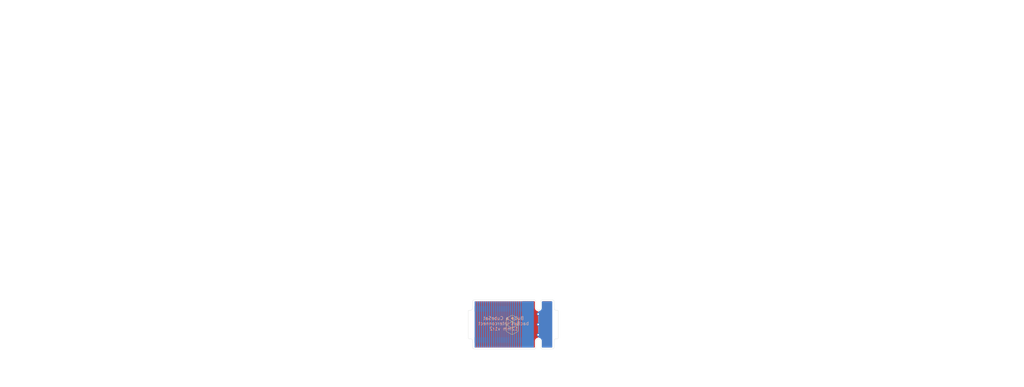
<source format=kicad_pcb>
(kicad_pcb (version 20240108) (generator "pcbnew") (generator_version "8.0")
  (title_block (title "bac bacBus Interconnect 12mm v1") (date "2024-10-06") (rev "2") (company "Build a CubeSat") (comment 1 "Manuel Imboden") (comment 2 "CC BY-SA 4.0") (comment 3 "https://buildacubesat.space") (comment 4 "12mm"))
  (layers (0 "F.Cu" signal) (31 "B.Cu" signal) (34 "B.Paste" user) (35 "F.Paste" user) (36 "B.SilkS" user "B.Silkscreen") (37 "F.SilkS" user "F.Silkscreen") (38 "B.Mask" user) (39 "F.Mask" user) (44 "Edge.Cuts" user))
  (net 0 "")
  (net 1 "GND")
  (net 2 "Net-(J1-Pin_41)")
  (net 3 "Net-(J1-Pin_29)")
  (net 4 "Net-(J1-Pin_37)")
  (net 5 "Net-(J1-Pin_43)")
  (net 6 "Net-(J1-Pin_42)")
  (net 7 "Net-(J1-Pin_31)")
  (net 8 "/+5V")
  (net 9 "Net-(J1-Pin_10)")
  (net 10 "/+3V3")
  (net 11 "Net-(J1-Pin_25)")
  (net 12 "Net-(J1-Pin_9)")
  (net 13 "Net-(J1-Pin_8)")
  (net 14 "Net-(J1-Pin_16)")
  (net 15 "Net-(J1-Pin_15)")
  (net 16 "Net-(J1-Pin_4)")
  (net 17 "Net-(J1-Pin_36)")
  (net 18 "Net-(J1-Pin_35)")
  (net 19 "Net-(J1-Pin_17)")
  (net 20 "Net-(J1-Pin_33)")
  (net 21 "Net-(J1-Pin_7)")
  (net 22 "Net-(J1-Pin_34)")
  (net 23 "Net-(J1-Pin_22)")
  (net 24 "Net-(J1-Pin_44)")
  (net 25 "Net-(J1-Pin_12)")
  (net 26 "Net-(J1-Pin_24)")
  (net 27 "Net-(J1-Pin_2)")
  (net 28 "Net-(J1-Pin_23)")
  (net 29 "Net-(J1-Pin_21)")
  (net 30 "Net-(J1-Pin_28)")
  (net 31 "Net-(J1-Pin_27)")
  (net 32 "Net-(J1-Pin_39)")
  (net 33 "Net-(J1-Pin_6)")
  (net 34 "Net-(J1-Pin_19)")
  (net 35 "Net-(J1-Pin_5)")
  (net 36 "Net-(J1-Pin_14)")
  (net 37 "Net-(J1-Pin_45)")
  (net 38 "Net-(J1-Pin_32)")
  (net 39 "Net-(J1-Pin_1)")
  (net 40 "Net-(J1-Pin_46)")
  (net 41 "Net-(J1-Pin_11)")
  (net 42 "Net-(J1-Pin_18)")
  (net 43 "Net-(J1-Pin_20)")
  (net 44 "Net-(J1-Pin_30)")
  (net 45 "Net-(J1-Pin_3)")
  (net 46 "Net-(J1-Pin_26)")
  (net 47 "Net-(J1-Pin_40)")
  (net 48 "Net-(J1-Pin_38)")
  (net 49 "Net-(J1-Pin_13)")
  (footprint "bac EPS v1:bac-M.2-Key-M-bacBus-Card-Edge-Zp" (layer "F.Cu") (at 150.349875 96.719554)
    (property "Reference" "J1" (hide yes))
    (property "Value" "bac M.2 Key-M Card Edge" (hide yes))
    (pad "1" smd rect (at -9.304757 -2.25) (size 0.35 2.5) (layers "B.Cu" "B.Mask") (net 39 "Net-(J1-Pin_1)"))
    (pad "2" smd rect (at -9.05 -2.25) (size 0.35 2.5) (layers "F.Cu" "F.Mask") (net 27 "Net-(J1-Pin_2)"))
    (pad "3" smd rect (at -8.804757 -2.25) (size 0.35 2.5) (layers "B.Cu" "B.Mask") (net 45 "Net-(J1-Pin_3)"))
    (pad "4" smd rect (at -8.55 -2.25) (size 0.35 2.5) (layers "F.Cu" "F.Mask") (net 16 "Net-(J1-Pin_4)"))
    (pad "5" smd rect (at -8.304757 -2.25) (size 0.35 2.5) (layers "B.Cu" "B.Mask") (net 35 "Net-(J1-Pin_5)"))
    (pad "6" smd rect (at -8.05 -2.25) (size 0.35 2.5) (layers "F.Cu" "F.Mask") (net 33 "Net-(J1-Pin_6)"))
    (pad "7" smd rect (at -7.804757 -2.25) (size 0.35 2.5) (layers "B.Cu" "B.Mask") (net 21 "Net-(J1-Pin_7)"))
    (pad "8" smd rect (at -7.55 -2.25) (size 0.35 2.5) (layers "F.Cu" "F.Mask") (net 13 "Net-(J1-Pin_8)"))
    (pad "9" smd rect (at -7.304757 -2.25) (size 0.35 2.5) (layers "B.Cu" "B.Mask") (net 12 "Net-(J1-Pin_9)"))
    (pad "10" smd rect (at -7.05 -2.25) (size 0.35 2.5) (layers "F.Cu" "F.Mask") (net 9 "Net-(J1-Pin_10)"))
    (pad "11" smd rect (at -6.804757 -2.25) (size 0.35 2.5) (layers "B.Cu" "B.Mask") (net 41 "Net-(J1-Pin_11)"))
    (pad "12" smd rect (at -6.55 -2.25) (size 0.35 2.5) (layers "F.Cu" "F.Mask") (net 25 "Net-(J1-Pin_12)"))
    (pad "13" smd rect (at -6.304757 -2.25) (size 0.35 2.5) (layers "B.Cu" "B.Mask") (net 49 "Net-(J1-Pin_13)"))
    (pad "14" smd rect (at -6.05 -2.25) (size 0.35 2.5) (layers "F.Cu" "F.Mask") (net 36 "Net-(J1-Pin_14)"))
    (pad "15" smd rect (at -5.804757 -2.25) (size 0.35 2.5) (layers "B.Cu" "B.Mask") (net 15 "Net-(J1-Pin_15)"))
    (pad "16" smd rect (at -5.55 -2.25) (size 0.35 2.5) (layers "F.Cu" "F.Mask") (net 14 "Net-(J1-Pin_16)"))
    (pad "17" smd rect (at -5.304757 -2.25) (size 0.35 2.5) (layers "B.Cu" "B.Mask") (net 19 "Net-(J1-Pin_17)"))
    (pad "18" smd rect (at -5.05 -2.25) (size 0.35 2.5) (layers "F.Cu" "F.Mask") (net 42 "Net-(J1-Pin_18)"))
    (pad "19" smd rect (at -4.804757 -2.25) (size 0.35 2.5) (layers "B.Cu" "B.Mask") (net 34 "Net-(J1-Pin_19)"))
    (pad "20" smd rect (at -4.55 -2.25) (size 0.35 2.5) (layers "F.Cu" "F.Mask") (net 43 "Net-(J1-Pin_20)"))
    (pad "21" smd rect (at -4.304757 -2.25) (size 0.35 2.5) (layers "B.Cu" "B.Mask") (net 29 "Net-(J1-Pin_21)"))
    (pad "22" smd rect (at -4.05 -2.25) (size 0.35 2.5) (layers "F.Cu" "F.Mask") (net 23 "Net-(J1-Pin_22)"))
    (pad "23" smd rect (at -3.804757 -2.25) (size 0.35 2.5) (layers "B.Cu" "B.Mask") (net 28 "Net-(J1-Pin_23)"))
    (pad "24" smd rect (at -3.55 -2.25) (size 0.35 2.5) (layers "F.Cu" "F.Mask") (net 26 "Net-(J1-Pin_24)"))
    (pad "25" smd rect (at -3.304757 -2.25) (size 0.35 2.5) (layers "B.Cu" "B.Mask") (net 11 "Net-(J1-Pin_25)"))
    (pad "26" smd rect (at -3.05 -2.25) (size 0.35 2.5) (layers "F.Cu" "F.Mask") (net 46 "Net-(J1-Pin_26)"))
    (pad "27" smd rect (at -2.804757 -2.25) (size 0.35 2.5) (layers "B.Cu" "B.Mask") (net 31 "Net-(J1-Pin_27)"))
    (pad "28" smd rect (at -2.55 -2.25) (size 0.35 2.5) (layers "F.Cu" "F.Mask") (net 30 "Net-(J1-Pin_28)"))
    (pad "29" smd rect (at -2.304757 -2.25) (size 0.35 2.5) (layers "B.Cu" "B.Mask") (net 3 "Net-(J1-Pin_29)"))
    (pad "30" smd rect (at -2.05 -2.25) (size 0.35 2.5) (layers "F.Cu" "F.Mask") (net 44 "Net-(J1-Pin_30)"))
    (pad "31" smd rect (at -1.804757 -2.25) (size 0.35 2.5) (layers "B.Cu" "B.Mask") (net 7 "Net-(J1-Pin_31)"))
    (pad "32" smd rect (at -1.55 -2.25) (size 0.35 2.5) (layers "F.Cu" "F.Mask") (net 38 "Net-(J1-Pin_32)"))
    (pad "33" smd rect (at -1.304757 -2.25) (size 0.35 2.5) (layers "B.Cu" "B.Mask") (net 20 "Net-(J1-Pin_33)"))
    (pad "34" smd rect (at -1.05 -2.25) (size 0.35 2.5) (layers "F.Cu" "F.Mask") (net 22 "Net-(J1-Pin_34)"))
    (pad "35" smd rect (at -0.804757 -2.25) (size 0.35 2.5) (layers "B.Cu" "B.Mask") (net 18 "Net-(J1-Pin_35)"))
    (pad "36" smd rect (at -0.55 -2.25) (size 0.35 2.5) (layers "F.Cu" "F.Mask") (net 17 "Net-(J1-Pin_36)"))
    (pad "37" smd rect (at -0.304757 -2.25) (size 0.35 2.5) (layers "B.Cu" "B.Mask") (net 4 "Net-(J1-Pin_37)"))
    (pad "38" smd rect (at -0.05 -2.25) (size 0.35 2.5) (layers "F.Cu" "F.Mask") (net 48 "Net-(J1-Pin_38)"))
    (pad "39" smd rect (at 0.195243 -2.25) (size 0.35 2.5) (layers "B.Cu" "B.Mask") (net 32 "Net-(J1-Pin_39)"))
    (pad "40" smd rect (at 0.45 -2.25) (size 0.35 2.5) (layers "F.Cu" "F.Mask") (net 47 "Net-(J1-Pin_40)"))
    (pad "41" smd rect (at 0.695243 -2.25) (size 0.35 2.5) (layers "B.Cu" "B.Mask") (net 2 "Net-(J1-Pin_41)"))
    (pad "42" smd rect (at 0.95 -2.25) (size 0.35 2.5) (layers "F.Cu" "F.Mask") (net 6 "Net-(J1-Pin_42)"))
    (pad "43" smd rect (at 1.195243 -2.25) (size 0.35 2.5) (layers "B.Cu" "B.Mask") (net 5 "Net-(J1-Pin_43)"))
    (pad "44" smd rect (at 1.45 -2.25) (size 0.35 2.5) (layers "F.Cu" "F.Mask") (net 24 "Net-(J1-Pin_44)"))
    (pad "45" smd rect (at 1.695243 -2.25) (size 0.35 2.5) (layers "B.Cu" "B.Mask") (net 37 "Net-(J1-Pin_45)"))
    (pad "46" smd rect (at 1.95 -2.25) (size 0.35 2.5) (layers "F.Cu" "F.Mask") (net 40 "Net-(J1-Pin_46)"))
    (pad "47" smd rect (at 2.195243 -2.25) (size 0.35 2.5) (layers "B.Cu" "B.Mask") (net 10 "/+3V3"))
    (pad "48" smd rect (at 2.45 -2.25) (size 0.35 2.5) (layers "F.Cu" "F.Mask") (net 1 "GND"))
    (pad "49" smd rect (at 2.695243 -2.25) (size 0.35 2.5) (layers "B.Cu" "B.Mask") (net 10 "/+3V3"))
    (pad "50" smd rect (at 2.95 -2.25) (size 0.35 2.5) (layers "F.Cu" "F.Mask") (net 1 "GND"))
    (pad "51" smd rect (at 3.195243 -2.25) (size 0.35 2.5) (layers "B.Cu" "B.Mask") (net 10 "/+3V3"))
    (pad "52" smd rect (at 3.45 -2.25) (size 0.35 2.5) (layers "F.Cu" "F.Mask") (net 1 "GND"))
    (pad "53" smd rect (at 3.695243 -2.25) (size 0.35 2.5) (layers "B.Cu" "B.Mask") (net 10 "/+3V3"))
    (pad "54" smd rect (at 3.95 -2.25) (size 0.35 2.5) (layers "F.Cu" "F.Mask") (net 1 "GND"))
    (pad "55" smd rect (at 4.195243 -2.25) (size 0.35 2.5) (layers "B.Cu" "B.Mask") (net 10 "/+3V3"))
    (pad "56" smd rect (at 4.45 -2.25) (size 0.35 2.5) (layers "F.Cu" "F.Mask") (net 1 "GND"))
    (pad "57" smd rect (at 4.695243 -2.25) (size 0.35 2.5) (layers "B.Cu" "B.Mask") (net 10 "/+3V3"))
    (pad "58" smd rect (at 4.95 -2.25) (size 0.35 2.5) (layers "F.Cu" "F.Mask") (net 1 "GND"))
    (pad "67" smd rect (at 7.195243 -2.25) (size 0.35 2.5) (layers "B.Cu" "B.Mask") (net 1 "GND"))
    (pad "68" smd rect (at 7.45 -2.25) (size 0.35 2.5) (layers "F.Cu" "F.Mask") (net 8 "/+5V"))
    (pad "69" smd rect (at 7.695243 -2.25) (size 0.35 2.5) (layers "B.Cu" "B.Mask") (net 1 "GND"))
    (pad "70" smd rect (at 7.95 -2.25) (size 0.35 2.5) (layers "F.Cu" "F.Mask") (net 8 "/+5V"))
    (pad "71" smd rect (at 8.195243 -2.25) (size 0.35 2.5) (layers "B.Cu" "B.Mask") (net 1 "GND"))
    (pad "72" smd rect (at 8.45 -2.25) (size 0.35 2.5) (layers "F.Cu" "F.Mask") (net 8 "/+5V"))
    (pad "73" smd rect (at 8.695243 -2.25) (size 0.35 2.5) (layers "B.Cu" "B.Mask") (net 1 "GND"))
    (pad "74" smd rect (at 8.95 -2.25) (size 0.35 2.5) (layers "F.Cu" "F.Mask") (net 8 "/+5V"))
    (pad "75" smd rect (at 9.2 -2.25) (size 0.35 2.5) (layers "B.Cu" "B.Mask") (net 1 "GND"))
  )
  (footprint "bac EPS v1:bac-logo-silkscreen-5mm" (layer "F.Cu") (at 150.050059 98.947277)
    (property "Reference" "G***" (hide yes))
    (property "Value" "LOGO" (hide yes))
    (fp_poly (pts (xy 0.052277 -1.715524) (xy 0.123704 -1.691974) (xy 0.141193 -1.680926) (xy 0.183995 -1.631281) (xy 0.192647 -1.576589) (xy 0.167036 -1.52418) (xy 0.143912 -1.503001) (xy 0.081378 -1.473974) (xy 0.001079 -1.459783) (xy -0.080471 -1.461922) (xy -0.13795 -1.477477) (xy -0.203116 -1.519316) (xy -0.234184 -1.567899) (xy -0.230431 -1.619538) (xy -0.19113 -1.670544) (xy -0.177978 -1.681065) (xy -0.113546 -1.710077) (xy -0.0318 -1.721561)) (fill solid) (layer "F.SilkS"))
    (fp_poly (pts (xy -0.002267 0.86813) (xy 0.003418 0.881319) (xy 0.007978 0.907216) (xy 0.011532 0.949027) (xy 0.014198 1.009955) (xy 0.016095 1.093205) (xy 0.017342 1.201982) (xy 0.018057 1.339489) (xy 0.018359 1.508932) (xy 0.018393 1.609341) (xy 0.018256 1.796419) (xy 0.017768 1.949917) (xy 0.016809 2.073039) (xy 0.01526 2.16899) (xy 0.013004 2.240975) (xy 0.00992 2.292197) (xy 0.005891 2.325861) (xy 0.000799 2.345172) (xy -0.005477 2.353334) (xy -0.009196 2.354236) (xy -0.016125 2.350552) (xy -0.02181 2.337364) (xy -0.02637 2.311466) (xy -0.029924 2.269656) (xy -0.03259 2.208728) (xy -0.034487 2.125477) (xy -0.035734 2.016701) (xy -0.036449 1.879193) (xy -0.036751 1.709751) (xy -0.036785 1.609341) (xy -0.036648 1.422264) (xy -0.03616 1.268766) (xy -0.035201 1.145644) (xy -0.033652 1.049693) (xy -0.031395 0.977708) (xy -0.028312 0.926486) (xy -0.024283 0.892821) (xy -0.01919 0.87351) (xy -0.012915 0.865348) (xy -0.009196 0.864446)) (fill solid) (layer "F.SilkS"))
    (fp_poly (pts (xy 0.009605 -2.387864) (xy 0.061851 -2.36353) (xy 0.137943 -2.325601) (xy 0.233776 -2.276306) (xy 0.345246 -2.217871) (xy 0.468251 -2.152523) (xy 0.598686 -2.082489) (xy 0.732446 -2.009997) (xy 0.865429 -1.937272) (xy 0.99353 -1.866544) (xy 1.112646 -1.800037) (xy 1.218673 -1.73998) (xy 1.307507 -1.6886) (xy 1.375043 -1.648123) (xy 1.417179 -1.620777) (xy 1.424127 -1.615568) (xy 1.430854 -1.609699) (xy 1.436746 -1.602026) (xy 1.441866 -1.590196) (xy 1.446276 -1.571856) (xy 1.450041 -1.544652) (xy 1.453224 -1.506232) (xy 1.455887 -1.454242) (xy 1.458094 -1.386329) (xy 1.459908 -1.30014) (xy 1.461392 -1.193322) (xy 1.46261 -1.063521) (xy 1.463625 -0.908385) (xy 1.464499 -0.725561) (xy 1.465297 -0.512694) (xy 1.466081 -0.267433) (xy 1.466798 -0.027181) (xy 1.467325 0.210269) (xy 1.467494 0.438027) (xy 1.467323 0.653284) (xy 1.466829 0.853235) (xy 1.466029 1.03507) (xy 1.464943 1.195982) (xy 1.463586 1.333164) (xy 1.461978 1.443809) (xy 1.460135 1.525108) (xy 1.458076 1.574254) (xy 1.45663 1.587625) (xy 1.450933 1.602604) (xy 1.439751 1.618599) (xy 1.420236 1.6374) (xy 1.38954 1.660796) (xy 1.344814 1.690579) (xy 1.283209 1.728539) (xy 1.201878 1.776465) (xy 1.097972 1.836149) (xy 0.968641 1.90938) (xy 0.811039 1.997948) (xy 0.743924 2.035561) (xy 0.547042 2.145192) (xy 0.380961 2.236242) (xy 0.244956 2.309086) (xy 0.138303 2.364101) (xy 0.060279 2.401661) (xy 0.01016 2.422143) (xy -0.009196 2.426527) (xy -0.039954 2.4181) (xy -0.098686 2.3926) (xy -0.186027 2.349698) (xy -0.302611 2.289068) (xy -0.449072 2.210382) (xy -0.626045 2.113313) (xy -0.754091 2.042238) (xy -0.950448 1.932099) (xy -1.115714 1.837822) (xy -1.249592 1.759585) (xy -1.351786 1.697567) (xy -1.421999 1.651944) (xy -1.459934 1.622896) (xy -1.466411 1.615251) (xy -1.470624 1.598937) (xy -1.474328 1.565667) (xy -1.47755 1.513574) (xy -1.480316 1.440795) (xy -1.482652 1.345465) (xy -1.484584 1.225719) (xy -1.48614 1.079692) (xy -1.487345 0.90552) (xy -1.488226 0.701339) (xy -1.488809 0.465283) (xy -1.489121 0.195488) (xy -1.489167 0.070319) (xy -1.416626 0.070319) (xy -1.411825 0.83983) (xy -1.407024 1.609341) (xy -0.726502 1.989843) (xy -0.56659 2.07864) (xy -0.421195 2.158156) (xy -0.293119 2.226929) (xy -0.185165 2.283494) (xy -0.100135 2.326387) (xy -0.040831 2.354144) (xy -0.010055 2.365301) (xy -0.007605 2.365416) (xy 0.016311 2.355678) (xy 0.068774 2.329896) (xy 0.146215 2.289963) (xy 0.245066 2.237771) (xy 0.361758 2.175213) (xy 0.492721 2.10418) (xy 0.634388 2.026565) (xy 0.706792 1.986615) (xy 0.851301 1.906329) (xy 0.985604 1.831007) (xy 1.106315 1.762602) (xy 1.210048 1.703063) (xy 1.293415 1.654344) (xy 1.35303 1.618396) (xy 1.385506 1.59717) (xy 1.390531 1.592632) (xy 1.392091 1.570414) (xy 1.393313 1.515415) (xy 1.394182 1.431635) (xy 1.394683 1.323077) (xy 1.394799 1.193743) (xy 1.394518 1.047633) (xy 1.393822 0.888751) (xy 1.39344 0.824904) (xy 1.388632 0.077286) (xy 0.709801 0.454773) (xy 0.563885 0.535378) (xy 0.426761 0.610097) (xy 0.301999 0.677061) (xy 0.193171 0.734398) (xy 0.103848 0.780237) (xy 0.037601 0.812709) (xy -0.001999 0.829941) (xy -0.010795 0.83226) (xy -0.033384 0.82368) (xy -0.083987 0.799423) (xy -0.158483 0.761712) (xy -0.252751 0.712769) (xy -0.362668 0.654817) (xy -0.484115 0.590078) (xy -0.612969 0.520776) (xy -0.745109 0.449132) (xy -0.876413 0.37737) (xy -1.00276 0.307713) (xy -1.120029 0.242382) (xy -1.224097 0.183601) (xy -1.310844 0.133592) (xy -1.356647 0.106447) (xy -1.416626 0.070319) (xy -1.489167 0.070319) (xy -1.489181 0.030716) (xy -1.375639 0.030716) (xy -1.371086 0.036083) (xy -1.363294 0.036785) (xy -1.344244 0.045466) (xy -1.296566 0.070252) (xy -1.223721 0.10926) (xy -1.129168 0.160609) (xy -1.016367 0.222414) (xy -0.888777 0.292793) (xy -0.749858 0.369863) (xy -0.687424 0.404635) (xy -0.544684 0.484008) (xy -0.411774 0.5575) (xy -0.292157 0.623229) (xy -0.189292 0.67931) (xy -0.106641 0.723862) (xy -0.047665 0.755001) (xy -0.015824 0.770843) (xy -0.011336 0.772484) (xy 0.007807 0.763837) (xy 0.055573 0.739156) (xy 0.128466 0.700336) (xy 0.222988 0.64927) (xy 0.335641 0.58785) (xy 0.462928 0.517971) (xy 0.601351 0.441525) (xy 0.65388 0.412403) (xy 0.796229 0.333271) (xy 0.92919 0.259093) (xy 1.04917 0.191896) (xy 1.15257 0.133706) (xy 1.235794 0.086548) (xy 1.295246 0.052448) (xy 1.32733 0.033433) (xy 1.331371 0.03076) (xy 1.333919 0.022771) (xy 1.324182 0.009622) (xy 1.299663 -0.010218) (xy 1.257869 -0.03828) (xy 1.196302 -0.076094) (xy 1.112468 -0.125192) (xy 1.003871 -0.187102) (xy 0.868016 -0.263356) (xy 0.702406 -0.355485) (xy 0.693796 -0.36026) (xy 0.027589 -0.729717) (xy 0.022782 0.002991) (xy 0.021414 0.188813) (xy 0.019888 0.341051) (xy 0.018065 0.462908) (xy 0.015805 0.557586) (xy 0.012968 0.628287) (xy 0.009415 0.678212) (xy 0.005006 0.710564) (xy -0.0004 0.728544) (xy -0.006941 0.735355) (xy -0.009196 0.735699) (xy -0.016107 0.731674) (xy -0.021842 0.717467) (xy -0.02654 0.689879) (xy -0.03034 0.645711) (xy -0.033382 0.581763) (xy -0.035804 0.494837) (xy -0.037747 0.381733) (xy -0.039349 0.239253) (xy -0.040751 0.064197) (xy -0.041174 0.001628) (xy -0.045981 -0.732443) (xy -0.712419 -0.361623) (xy -0.884547 -0.265631) (xy -1.026638 -0.185835) (xy -1.140964 -0.120843) (xy -1.229798 -0.069266) (xy -1.29541 -0.029712) (xy -1.340073 -0.00079) (xy -1.366059 0.018889) (xy -1.375639 0.030716) (xy -1.489181 0.030716) (xy -1.48919 0.006375) (xy -1.489184 -0.270634) (xy -1.489069 -0.513203) (xy -1.488799 -0.723673) (xy -1.488602 -0.799076) (xy -1.41622 -0.799076) (xy -1.41622 -0.039296) (xy -0.758689 -0.405916) (xy -0.616575 -0.485429) (xy -0.484831 -0.559671) (xy -0.366853 -0.626689) (xy -0.266037 -0.684528) (xy -0.185779 -0.731236) (xy -0.129475 -0.76486) (xy -0.100523 -0.783444) (xy -0.097333 -0.786304) (xy -0.112068 -0.797853) (xy -0.155729 -0.825059) (xy -0.22494 -0.865978) (xy -0.316324 -0.918673) (xy -0.426504 -0.981201) (xy -0.552102 -1.051624) (xy -0.689742 -1.127999) (xy -0.745492 -1.158725) (xy -0.921414 -1.25599) (xy -1.066559 -1.337419) (xy -1.182762 -1.404196) (xy -1.271858 -1.457503) (xy -1.335682 -1.498521) (xy -1.37607 -1.528433) (xy -1.394856 -1.548421) (xy -1.393876 -1.559667) (xy -1.374964 -1.563352) (xy -1.373659 -1.56336) (xy -1.35284 -1.554657) (xy -1.303472 -1.529811) (xy -1.229068 -1.49071) (xy -1.133139 -1.439245) (xy -1.019197 -1.377307) (xy -0.890754 -1.306784) (xy -0.751323 -1.229568) (xy -0.690176 -1.19551) (xy -0.547367 -1.116089) (xy -0.414264 -1.042556) (xy -0.294347 -0.9768) (xy -0.191099 -0.920707) (xy -0.108 -0.876162) (xy -0.04853 -0.845054) (xy -0.016171 -0.829268) (xy -0.011477 -0.827661) (xy 0.008301 -0.836312) (xy 0.056723 -0.861017) (xy 0.130312 -0.899902) (xy 0.225591 -0.951094) (xy 0.339082 -1.01272) (xy 0.467309 -1.082906) (xy 0.606795 -1.15978) (xy 0.671325 -1.19551) (xy 0.814876 -1.274794) (xy 0.948892 -1.348212) (xy 1.069868 -1.41389) (xy 1.174299 -1.469949) (xy 1.258677 -1.514515) (xy 1.319497 -1.545709) (xy 1.353252 -1.561657) (xy 1.358622 -1.56336) (xy 1.375123 -1.560303) (xy 1.375544 -1.550293) (xy 1.357907 -1.532072) (xy 1.320235 -1.504382) (xy 1.260551 -1.465964) (xy 1.176876 -1.415561) (xy 1.067233 -1.351913) (xy 0.929645 -1.273764) (xy 0.762135 -1.179853) (xy 0.711702 -1.151733) (xy 0.05531 -0.786088) (xy 0.721971 -0.414745) (xy 1.388632 -0.043401) (xy 1.393437 -0.797918) (xy 1.394445 -0.993861) (xy 1.3947 -1.15584) (xy 1.394135 -1.286668) (xy 1.392684 -1.38916) (xy 1.390281 -1.466131) (xy 1.386857 -1.520393) (xy 1.382348 -1.554762) (xy 1.376685 -1.572051) (xy 1.375044 -1.574069) (xy 1.351704 -1.589814) (xy 1.300728 -1.620339) (xy 1.226231 -1.663383) (xy 1.132327 -1.716685) (xy 1.023132 -1.777985) (xy 0.90276 -1.845023) (xy 0.775327 -1.915538) (xy 0.644946 -1.987269) (xy 0.515733 -2.057955) (xy 0.391803 -2.125337) (xy 0.27727 -2.187153) (xy 0.176249 -2.241144) (xy 0.092855 -2.285047) (xy 0.031203 -2.316604) (xy -0.004593 -2.333552) (xy -0.011566 -2.335843) (xy -0.031899 -2.32723) (xy -0.080216 -2.302896) (xy -0.15241 -2.265096) (xy -0.244371 -2.216087) (xy -0.351991 -2.158124) (xy -0.471163 -2.093464) (xy -0.597778 -2.024363) (xy -0.727727 -1.953076) (xy -0.856902 -1.881861) (xy -0.981196 -1.812972) (xy -1.096499 -1.748667) (xy -1.198704 -1.691201) (xy -1.283702 -1.64283) (xy -1.347384 -1.605811) (xy -1.385644 -1.582399) (xy -1.393229 -1.577098) (xy -1.399201 -1.564074) (xy -1.404129 -1.533554) (xy -1.408091 -1.482843) (xy -1.411168 -1.409245) (xy -1.413439 -1.310065) (xy -1.414984 -1.182608) (xy -1.415883 -1.024177) (xy -1.416214 -0.832079) (xy -1.41622 -0.799076) (xy -1.488602 -0.799076) (xy -1.488327 -0.904389) (xy -1.487607 -1.057695) (xy -1.486592 -1.185934) (xy -1.485235 -1.29145) (xy -1.483491 -1.376586) (xy -1.481313 -1.443685) (xy -1.478653 -1.495092) (xy -1.475467 -1.533151) (xy -1.471708 -1.560204) (xy -1.467328 -1.578595) (xy -1.462282 -1.590668) (xy -1.457391 -1.597762) (xy -1.432567 -1.617121) (xy -1.379795 -1.651176) (xy -1.303194 -1.697649) (xy -1.206884 -1.754257) (xy -1.094982 -1.818723) (xy -0.971609 -1.888765) (xy -0.840883 -1.962103) (xy -0.706923 -2.036458) (xy -0.573847 -2.109549) (xy -0.445776 -2.179096) (xy -0.326828 -2.24282) (xy -0.221121 -2.29844) (xy -0.132775 -2.343675) (xy -0.065909 -2.376247) (xy -0.024641 -2.393874) (xy -0.014692 -2.396378)) (fill solid) (layer "F.SilkS"))
  )
  (footprint "bac EPS v1:bac-M.2-Key-M-bacBus-Card-Edge-Zm" (layer "F.Cu") (at 150.15 105.197277)
    (property "Reference" "J2" (hide yes))
    (property "Value" "bac M.2 Key-M Card Edge" (hide yes))
    (pad "1" smd rect (at -9.104757 -1.95 180) (size 0.35 2.5) (layers "B.Cu" "B.Mask") (net 39 "Net-(J1-Pin_1)"))
    (pad "2" smd rect (at -8.85 -1.95 180) (size 0.35 2.5) (layers "F.Cu" "F.Mask") (net 27 "Net-(J1-Pin_2)"))
    (pad "3" smd rect (at -8.604757 -1.95 180) (size 0.35 2.5) (layers "B.Cu" "B.Mask") (net 45 "Net-(J1-Pin_3)"))
    (pad "4" smd rect (at -8.35 -1.95 180) (size 0.35 2.5) (layers "F.Cu" "F.Mask") (net 16 "Net-(J1-Pin_4)"))
    (pad "5" smd rect (at -8.104757 -1.95 180) (size 0.35 2.5) (layers "B.Cu" "B.Mask") (net 35 "Net-(J1-Pin_5)"))
    (pad "6" smd rect (at -7.85 -1.95 180) (size 0.35 2.5) (layers "F.Cu" "F.Mask") (net 33 "Net-(J1-Pin_6)"))
    (pad "7" smd rect (at -7.604757 -1.95 180) (size 0.35 2.5) (layers "B.Cu" "B.Mask") (net 21 "Net-(J1-Pin_7)"))
    (pad "8" smd rect (at -7.35 -1.95 180) (size 0.35 2.5) (layers "F.Cu" "F.Mask") (net 13 "Net-(J1-Pin_8)"))
    (pad "9" smd rect (at -7.104757 -1.95 180) (size 0.35 2.5) (layers "B.Cu" "B.Mask") (net 12 "Net-(J1-Pin_9)"))
    (pad "10" smd rect (at -6.85 -1.95 180) (size 0.35 2.5) (layers "F.Cu" "F.Mask") (net 9 "Net-(J1-Pin_10)"))
    (pad "11" smd rect (at -6.604757 -1.95 180) (size 0.35 2.5) (layers "B.Cu" "B.Mask") (net 41 "Net-(J1-Pin_11)"))
    (pad "12" smd rect (at -6.35 -1.95 180) (size 0.35 2.5) (layers "F.Cu" "F.Mask") (net 25 "Net-(J1-Pin_12)"))
    (pad "13" smd rect (at -6.104757 -1.95 180) (size 0.35 2.5) (layers "B.Cu" "B.Mask") (net 49 "Net-(J1-Pin_13)"))
    (pad "14" smd rect (at -5.85 -1.95 180) (size 0.35 2.5) (layers "F.Cu" "F.Mask") (net 36 "Net-(J1-Pin_14)"))
    (pad "15" smd rect (at -5.604757 -1.95 180) (size 0.35 2.5) (layers "B.Cu" "B.Mask") (net 15 "Net-(J1-Pin_15)"))
    (pad "16" smd rect (at -5.35 -1.95 180) (size 0.35 2.5) (layers "F.Cu" "F.Mask") (net 14 "Net-(J1-Pin_16)"))
    (pad "17" smd rect (at -5.104757 -1.95 180) (size 0.35 2.5) (layers "B.Cu" "B.Mask") (net 19 "Net-(J1-Pin_17)"))
    (pad "18" smd rect (at -4.85 -1.95 180) (size 0.35 2.5) (layers "F.Cu" "F.Mask") (net 42 "Net-(J1-Pin_18)"))
    (pad "19" smd rect (at -4.604757 -1.95 180) (size 0.35 2.5) (layers "B.Cu" "B.Mask") (net 34 "Net-(J1-Pin_19)"))
    (pad "20" smd rect (at -4.35 -1.95 180) (size 0.35 2.5) (layers "F.Cu" "F.Mask") (net 43 "Net-(J1-Pin_20)"))
    (pad "21" smd rect (at -4.104757 -1.95 180) (size 0.35 2.5) (layers "B.Cu" "B.Mask") (net 29 "Net-(J1-Pin_21)"))
    (pad "22" smd rect (at -3.85 -1.95 180) (size 0.35 2.5) (layers "F.Cu" "F.Mask") (net 23 "Net-(J1-Pin_22)"))
    (pad "23" smd rect (at -3.604757 -1.95 180) (size 0.35 2.5) (layers "B.Cu" "B.Mask") (net 28 "Net-(J1-Pin_23)"))
    (pad "24" smd rect (at -3.35 -1.95 180) (size 0.35 2.5) (layers "F.Cu" "F.Mask") (net 26 "Net-(J1-Pin_24)"))
    (pad "25" smd rect (at -3.104757 -1.95 180) (size 0.35 2.5) (layers "B.Cu" "B.Mask") (net 11 "Net-(J1-Pin_25)"))
    (pad "26" smd rect (at -2.85 -1.95 180) (size 0.35 2.5) (layers "F.Cu" "F.Mask") (net 46 "Net-(J1-Pin_26)"))
    (pad "27" smd rect (at -2.604757 -1.95 180) (size 0.35 2.5) (layers "B.Cu" "B.Mask") (net 31 "Net-(J1-Pin_27)"))
    (pad "28" smd rect (at -2.35 -1.95 180) (size 0.35 2.5) (layers "F.Cu" "F.Mask") (net 30 "Net-(J1-Pin_28)"))
    (pad "29" smd rect (at -2.104757 -1.95 180) (size 0.35 2.5) (layers "B.Cu" "B.Mask") (net 3 "Net-(J1-Pin_29)"))
    (pad "30" smd rect (at -1.85 -1.95 180) (size 0.35 2.5) (layers "F.Cu" "F.Mask") (net 44 "Net-(J1-Pin_30)"))
    (pad "31" smd rect (at -1.604757 -1.95 180) (size 0.35 2.5) (layers "B.Cu" "B.Mask") (net 7 "Net-(J1-Pin_31)"))
    (pad "32" smd rect (at -1.35 -1.95 180) (size 0.35 2.5) (layers "F.Cu" "F.Mask") (net 38 "Net-(J1-Pin_32)"))
    (pad "33" smd rect (at -1.104757 -1.95 180) (size 0.35 2.5) (layers "B.Cu" "B.Mask") (net 20 "Net-(J1-Pin_33)"))
    (pad "34" smd rect (at -0.85 -1.95 180) (size 0.35 2.5) (layers "F.Cu" "F.Mask") (net 22 "Net-(J1-Pin_34)"))
    (pad "35" smd rect (at -0.604757 -1.95 180) (size 0.35 2.5) (layers "B.Cu" "B.Mask") (net 18 "Net-(J1-Pin_35)"))
    (pad "36" smd rect (at -0.35 -1.95 180) (size 0.35 2.5) (layers "F.Cu" "F.Mask") (net 17 "Net-(J1-Pin_36)"))
    (pad "37" smd rect (at -0.104757 -1.95 180) (size 0.35 2.5) (layers "B.Cu" "B.Mask") (net 4 "Net-(J1-Pin_37)"))
    (pad "38" smd rect (at 0.15 -1.95 180) (size 0.35 2.5) (layers "F.Cu" "F.Mask") (net 48 "Net-(J1-Pin_38)"))
    (pad "39" smd rect (at 0.395243 -1.95 180) (size 0.35 2.5) (layers "B.Cu" "B.Mask") (net 32 "Net-(J1-Pin_39)"))
    (pad "40" smd rect (at 0.65 -1.95 180) (size 0.35 2.5) (layers "F.Cu" "F.Mask") (net 47 "Net-(J1-Pin_40)"))
    (pad "41" smd rect (at 0.895243 -1.95 180) (size 0.35 2.5) (layers "B.Cu" "B.Mask") (net 2 "Net-(J1-Pin_41)"))
    (pad "42" smd rect (at 1.15 -1.95 180) (size 0.35 2.5) (layers "F.Cu" "F.Mask") (net 6 "Net-(J1-Pin_42)"))
    (pad "43" smd rect (at 1.395243 -1.95 180) (size 0.35 2.5) (layers "B.Cu" "B.Mask") (net 5 "Net-(J1-Pin_43)"))
    (pad "44" smd rect (at 1.65 -1.95 180) (size 0.35 2.5) (layers "F.Cu" "F.Mask") (net 24 "Net-(J1-Pin_44)"))
    (pad "45" smd rect (at 1.895243 -1.95 180) (size 0.35 2.5) (layers "B.Cu" "B.Mask") (net 37 "Net-(J1-Pin_45)"))
    (pad "46" smd rect (at 2.15 -1.95 180) (size 0.35 2.5) (layers "F.Cu" "F.Mask") (net 40 "Net-(J1-Pin_46)"))
    (pad "47" smd rect (at 2.395243 -1.95 180) (size 0.35 2.5) (layers "B.Cu" "B.Mask") (net 10 "/+3V3"))
    (pad "48" smd rect (at 2.65 -1.95 180) (size 0.35 2.5) (layers "F.Cu" "F.Mask") (net 1 "GND"))
    (pad "49" smd rect (at 2.895243 -1.95 180) (size 0.35 2.5) (layers "B.Cu" "B.Mask") (net 10 "/+3V3"))
    (pad "50" smd rect (at 3.15 -1.95 180) (size 0.35 2.5) (layers "F.Cu" "F.Mask") (net 1 "GND"))
    (pad "51" smd rect (at 3.395243 -1.95 180) (size 0.35 2.5) (layers "B.Cu" "B.Mask") (net 10 "/+3V3"))
    (pad "52" smd rect (at 3.65 -1.95 180) (size 0.35 2.5) (layers "F.Cu" "F.Mask") (net 1 "GND"))
    (pad "53" smd rect (at 3.895243 -1.95 180) (size 0.35 2.5) (layers "B.Cu" "B.Mask") (net 10 "/+3V3"))
    (pad "54" smd rect (at 4.15 -1.95 180) (size 0.35 2.5) (layers "F.Cu" "F.Mask") (net 1 "GND"))
    (pad "55" smd rect (at 4.395243 -1.95 180) (size 0.35 2.5) (layers "B.Cu" "B.Mask") (net 10 "/+3V3"))
    (pad "56" smd rect (at 4.65 -1.95 180) (size 0.35 2.5) (layers "F.Cu" "F.Mask") (net 1 "GND"))
    (pad "57" smd rect (at 4.895243 -1.95 180) (size 0.35 2.5) (layers "B.Cu" "B.Mask") (net 10 "/+3V3"))
    (pad "58" smd rect (at 5.15 -1.95 180) (size 0.35 2.5) (layers "F.Cu" "F.Mask") (net 1 "GND"))
    (pad "67" smd rect (at 7.395243 -1.95 180) (size 0.35 2.5) (layers "B.Cu" "B.Mask") (net 1 "GND"))
    (pad "68" smd rect (at 7.65 -1.95 180) (size 0.35 2.5) (layers "F.Cu" "F.Mask") (net 8 "/+5V"))
    (pad "69" smd rect (at 7.895243 -1.95 180) (size 0.35 2.5) (layers "B.Cu" "B.Mask") (net 1 "GND"))
    (pad "70" smd rect (at 8.15 -1.95 180) (size 0.35 2.5) (layers "F.Cu" "F.Mask") (net 8 "/+5V"))
    (pad "71" smd rect (at 8.395243 -1.95 180) (size 0.35 2.5) (layers "B.Cu" "B.Mask") (net 1 "GND"))
    (pad "72" smd rect (at 8.65 -1.95 180) (size 0.35 2.5) (layers "F.Cu" "F.Mask") (net 8 "/+5V"))
    (pad "73" smd rect (at 8.895243 -1.95 180) (size 0.35 2.5) (layers "B.Cu" "B.Mask") (net 1 "GND"))
    (pad "74" smd rect (at 9.15 -1.95 180) (size 0.35 2.5) (layers "F.Cu" "F.Mask") (net 8 "/+5V"))
    (pad "75" smd rect (at 9.4 -1.95 180) (size 0.35 2.5) (layers "B.Cu" "B.Mask") (net 1 "GND"))
  )
  (gr_arc (start 160.250118 102.847277) (mid 160.396606 102.493789) (end 160.750118 102.347277) (stroke (width 0.05)) (layer "Edge.Cuts"))
  (gr_line (start 155.825059 102.947277) (end 155.825118 104.608277) (stroke (width 0.05)) (layer "Edge.Cuts"))
  (gr_arc (start 161.300118 102.097277) (mid 161.226912 102.27409) (end 161.050118 102.347277) (stroke (width 0.05)) (layer "Edge.Cuts"))
  (gr_arc (start 155.825059 102.947277) (mid 156.000836 102.523078) (end 156.425059 102.347277) (stroke (width 0.05)) (layer "Edge.Cuts"))
  (gr_line (start 155.575118 92.858554) (end 140.625118 92.858554) (stroke (width 0.05)) (layer "Edge.Cuts"))
  (gr_arc (start 139.275118 95.624054) (mid 139.348359 95.447313) (end 139.525118 95.374054) (stroke (width 0.05)) (layer "Edge.Cuts"))
  (gr_line (start 155.575118 104.858277) (end 140.625118 104.858277) (stroke (width 0.05)) (layer "Edge.Cuts"))
  (gr_line (start 139.875118 95.374054) (end 139.525118 95.374054) (stroke (width 0.05)) (layer "Edge.Cuts"))
  (gr_line (start 160.000118 92.858554) (end 157.275118 92.858554) (stroke (width 0.05)) (layer "Edge.Cuts"))
  (gr_line (start 139.875118 102.347277) (end 139.525118 102.347277) (stroke (width 0.05)) (layer "Edge.Cuts"))
  (gr_arc (start 160.750118 95.374054) (mid 160.396599 95.227592) (end 160.250118 94.874054) (stroke (width 0.05)) (layer "Edge.Cuts"))
  (gr_line (start 160.250118 93.108554) (end 160.000118 92.858554) (stroke (width 0.05)) (layer "Edge.Cuts"))
  (gr_line (start 157.025118 104.608277) (end 157.275118 104.858277) (stroke (width 0.05)) (layer "Edge.Cuts"))
  (gr_line (start 155.825118 94.773013) (end 155.825118 93.108554) (stroke (width 0.05)) (layer "Edge.Cuts"))
  (gr_arc (start 156.425059 102.347277) (mid 156.849358 102.522997) (end 157.025059 102.947277) (stroke (width 0.05)) (layer "Edge.Cuts"))
  (gr_line (start 155.575118 92.858554) (end 155.825118 93.108554) (stroke (width 0.05)) (layer "Edge.Cuts"))
  (gr_arc (start 156.425118 95.373013) (mid 156.000853 95.197267) (end 155.825118 94.773013) (stroke (width 0.05)) (layer "Edge.Cuts"))
  (gr_line (start 140.625118 104.858277) (end 140.375118 104.608277) (stroke (width 0.05)) (layer "Edge.Cuts"))
  (gr_line (start 157.275118 104.858277) (end 160.000118 104.858277) (stroke (width 0.05)) (layer "Edge.Cuts"))
  (gr_line (start 139.275118 102.097277) (end 139.275118 95.624054) (stroke (width 0.05)) (layer "Edge.Cuts"))
  (gr_line (start 155.575118 104.858277) (end 155.825118 104.608277) (stroke (width 0.05)) (layer "Edge.Cuts"))
  (gr_line (start 160.250118 94.874054) (end 160.250118 93.108554) (stroke (width 0.05)) (layer "Edge.Cuts"))
  (gr_arc (start 140.375118 94.874054) (mid 140.228677 95.227608) (end 139.875118 95.374054) (stroke (width 0.05)) (layer "Edge.Cuts"))
  (gr_line (start 161.050118 95.374054) (end 160.750118 95.374054) (stroke (width 0.05)) (layer "Edge.Cuts"))
  (gr_line (start 157.025118 94.773013) (end 157.025118 93.108554) (stroke (width 0.05)) (layer "Edge.Cuts"))
  (gr_arc (start 139.875118 102.347277) (mid 140.228706 102.493708) (end 140.375118 102.847277) (stroke (width 0.05)) (layer "Edge.Cuts"))
  (gr_line (start 140.375118 94.874054) (end 140.375118 93.108554) (stroke (width 0.05)) (layer "Edge.Cuts"))
  (gr_arc (start 161.050118 95.374054) (mid 161.226895 95.447277) (end 161.300118 95.624054) (stroke (width 0.05)) (layer "Edge.Cuts"))
  (gr_line (start 140.625118 92.858554) (end 140.375118 93.108554) (stroke (width 0.05)) (layer "Edge.Cuts"))
  (gr_line (start 140.375118 102.847277) (end 140.375118 104.608277) (stroke (width 0.05)) (layer "Edge.Cuts"))
  (gr_line (start 157.025059 102.947277) (end 157.025118 104.608277) (stroke (width 0.05)) (layer "Edge.Cuts"))
  (gr_arc (start 139.525118 102.347277) (mid 139.348346 102.274057) (end 139.275118 102.097277) (stroke (width 0.05)) (layer "Edge.Cuts"))
  (gr_line (start 161.050118 102.347277) (end 160.750118 102.347277) (stroke (width 0.05)) (layer "Edge.Cuts"))
  (gr_line (start 157.025118 93.108554) (end 157.275118 92.858554) (stroke (width 0.05)) (layer "Edge.Cuts"))
  (gr_line (start 160.000118 104.858277) (end 160.250118 104.608277) (stroke (width 0.05)) (layer "Edge.Cuts"))
  (gr_line (start 160.250118 102.847277) (end 160.250118 104.608277) (stroke (width 0.05)) (layer "Edge.Cuts"))
  (gr_line (start 161.300118 102.097277) (end 161.300118 95.624054) (stroke (width 0.05)) (layer "Edge.Cuts"))
  (gr_arc (start 157.025118 94.773013) (mid 156.849388 95.197277) (end 156.425118 95.373013) (stroke (width 0.05)) (layer "Edge.Cuts"))
  (gr_text "Build a CubeSat\nbacBus Interconnect\n${COMMENT4} v1r${REVISION}" (at 147.950059 98.622277 0) (layer "B.SilkS") (effects (font (size 0.8 0.8) (thickness 0.1)) (justify mirror)))
  (via (at 156.400059 96.319777) (size 0.8) (drill 0.4) (layers "F.Cu" "B.Cu") (net 1))
  (via (at 156.400059 101.399777) (size 0.8) (drill 0.4) (layers "F.Cu" "B.Cu") (net 1))
  (via (at 156.400059 98.859777) (size 0.8) (drill 0.4) (layers "F.Cu" "B.Cu") (net 1))
  (segment (start 151.045118 94.469554) (end 151.045118 103.247277) (width 0.35) (layer "B.Cu") (net 2))
  (segment (start 148.045118 94.469554) (end 148.045118 103.247277) (width 0.35) (layer "B.Cu") (net 3))
  (segment (start 150.045118 94.469554) (end 150.045118 103.247277) (width 0.35) (layer "B.Cu") (net 4))
  (segment (start 151.545118 94.469554) (end 151.545118 103.247277) (width 0.35) (layer "B.Cu") (net 5))
  (segment (start 151.299875 94.469554) (end 151.299875 103.247277) (width 0.35) (layer "F.Cu") (net 6))
  (segment (start 148.545118 94.469554) (end 148.545118 103.247277) (width 0.35) (layer "B.Cu") (net 7))
  (segment (start 143.299875 94.469554) (end 143.299875 103.247277) (width 0.35) (layer "F.Cu") (net 9))
  (segment (start 147.045118 94.469554) (end 147.045118 103.247277) (width 0.35) (layer "B.Cu") (net 11))
  (segment (start 143.045118 94.469554) (end 143.045118 103.247277) (width 0.35) (layer "B.Cu") (net 12))
  (segment (start 142.799875 94.469554) (end 142.799875 103.247277) (width 0.35) (layer "F.Cu") (net 13))
  (segment (start 144.799875 94.469554) (end 144.799875 103.247277) (width 0.35) (layer "F.Cu") (net 14))
  (segment (start 144.545118 94.469554) (end 144.545118 103.247277) (width 0.35) (layer "B.Cu") (net 15))
  (segment (start 141.799875 94.469554) (end 141.799875 103.247277) (width 0.35) (layer "F.Cu") (net 16))
  (segment (start 149.799875 94.469554) (end 149.799875 103.247277) (width 0.35) (layer "F.Cu") (net 17))
  (segment (start 149.545118 94.469554) (end 149.545118 103.247277) (width 0.35) (layer "B.Cu") (net 18))
  (segment (start 145.045118 94.469554) (end 145.045118 103.247277) (width 0.35) (layer "B.Cu") (net 19))
  (segment (start 149.045118 94.469554) (end 149.045118 103.247277) (width 0.35) (layer "B.Cu") (net 20))
  (segment (start 142.545118 94.469554) (end 142.545118 103.247277) (width 0.35) (layer "B.Cu") (net 21))
  (segment (start 149.299875 94.469554) (end 149.299875 103.247277) (width 0.35) (layer "F.Cu") (net 22))
  (segment (start 146.299875 94.469554) (end 146.299875 103.247277) (width 0.35) (layer "F.Cu") (net 23))
  (segment (start 151.799875 94.469554) (end 151.799875 103.247277) (width 0.35) (layer "F.Cu") (net 24))
  (segment (start 143.799875 94.469554) (end 143.799875 103.247277) (width 0.35) (layer "F.Cu") (net 25))
  (segment (start 146.799875 94.469554) (end 146.799875 103.247277) (width 0.35) (layer "F.Cu") (net 26))
  (segment (start 141.299875 94.469554) (end 141.299875 103.247277) (width 0.35) (layer "F.Cu") (net 27))
  (segment (start 146.545118 94.469554) (end 146.545118 103.247277) (width 0.35) (layer "B.Cu") (net 28))
  (segment (start 146.045118 94.469554) (end 146.045118 103.247277) (width 0.35) (layer "B.Cu") (net 29))
  (segment (start 147.799875 94.469554) (end 147.799875 103.247277) (width 0.35) (layer "F.Cu") (net 30))
  (segment (start 147.545118 94.469554) (end 147.545118 103.247277) (width 0.35) (layer "B.Cu") (net 31))
  (segment (start 150.545118 94.469554) (end 150.545118 103.247277) (width 0.35) (layer "B.Cu") (net 32))
  (segment (start 142.299875 94.469554) (end 142.299875 103.247277) (width 0.35) (layer "F.Cu") (net 33))
  (segment (start 145.545118 94.469554) (end 145.545118 103.247277) (width 0.35) (layer "B.Cu") (net 34))
  (segment (start 142.045118 94.469554) (end 142.045118 103.247277) (width 0.35) (layer "B.Cu") (net 35))
  (segment (start 144.299875 94.469554) (end 144.299875 103.247277) (width 0.35) (layer "F.Cu") (net 36))
  (segment (start 152.045118 94.469554) (end 152.045118 103.247152) (width 0.35) (layer "B.Cu") (net 37))
  (segment (start 148.799875 94.469554) (end 148.799875 103.247277) (width 0.35) (layer "F.Cu") (net 38))
  (segment (start 141.045118 94.469554) (end 141.045118 103.247277) (width 0.35) (layer "B.Cu") (net 39))
  (segment (start 152.299875 94.469554) (end 152.299875 103.247152) (width 0.35) (layer "F.Cu") (net 40))
  (segment (start 143.545118 94.469554) (end 143.545118 103.247277) (width 0.35) (layer "B.Cu") (net 41))
  (segment (start 145.299875 94.469554) (end 145.299875 103.247277) (width 0.35) (layer "F.Cu") (net 42))
  (segment (start 145.799875 94.469554) (end 145.799875 103.247277) (width 0.35) (layer "F.Cu") (net 43))
  (segment (start 148.299875 94.469554) (end 148.299875 103.247277) (width 0.35) (layer "F.Cu") (net 44))
  (segment (start 141.545118 94.469554) (end 141.545118 103.247277) (width 0.35) (layer "B.Cu") (net 45))
  (segment (start 147.299875 94.469554) (end 147.299875 103.247277) (width 0.35) (layer "F.Cu") (net 46))
  (segment (start 150.799875 94.469554) (end 150.799875 103.247277) (width 0.35) (layer "F.Cu") (net 47))
  (segment (start 150.299875 94.469554) (end 150.299875 103.247277) (width 0.35) (layer "F.Cu") (net 48))
  (segment (start 144.045118 94.469554) (end 144.045118 103.247277) (width 0.35) (layer "B.Cu") (net 49))
  (zone (net 1) (net_name "GND") (layer "F.Cu") (name "F.GND") (connect_pads yes (clearance 0)) (min_thickness 0.25) (fill yes (thermal_gap 0.5) (thermal_bridge_width 0.5))
    (polygon (pts (xy 152.575059 93.219554) (xy 156.350059 93.219554) (xy 156.400059 104.494554) (xy 152.625059 104.494554)))
  )
  (zone (net 8) (net_name "/+5V") (layer "F.Cu") (connect_pads yes (clearance 0)) (min_thickness 0.25) (fill yes (thermal_gap 0.5) (thermal_bridge_width 0.5))
    (polygon (pts (xy 157.525118 93.219554) (xy 159.575118 93.219554) (xy 159.575118 104.494554) (xy 157.525118 104.494554)))
  )
  (zone (net 1) (net_name "GND") (layer "B.Cu") (name "B.GND") (priority 1) (connect_pads yes (clearance 0)) (min_thickness 0.25) (fill yes (thermal_gap 0.5) (thermal_bridge_width 0.5))
    (polygon (pts (xy 156.400059 93.222277) (xy 159.825118 93.219554) (xy 159.825118 104.494554) (xy 156.400059 104.497277)))
  )
  (zone (net 10) (net_name "/+3V3") (layer "B.Cu") (name "+3V3") (priority 1) (connect_pads yes (clearance 0)) (min_thickness 0.25) (fill yes (thermal_gap 0.5) (thermal_bridge_width 0.5))
    (polygon (pts (xy 152.375059 93.219554) (xy 155.325059 93.219554) (xy 155.325059 104.494554) (xy 152.375059 104.494554)))
  )
)
</source>
